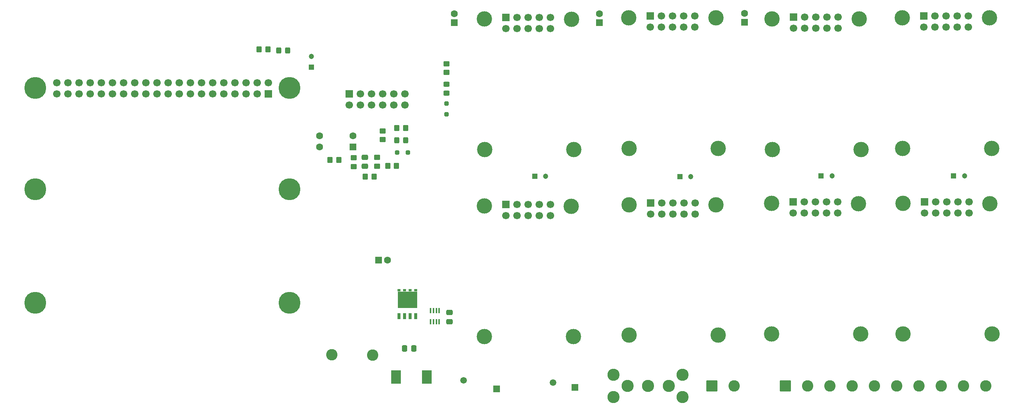
<source format=gbr>
%TF.GenerationSoftware,KiCad,Pcbnew,9.0.3*%
%TF.CreationDate,2025-07-22T13:01:00-05:00*%
%TF.ProjectId,Garden PCB,47617264-656e-4205-9043-422e6b696361,rev?*%
%TF.SameCoordinates,Original*%
%TF.FileFunction,Soldermask,Top*%
%TF.FilePolarity,Negative*%
%FSLAX46Y46*%
G04 Gerber Fmt 4.6, Leading zero omitted, Abs format (unit mm)*
G04 Created by KiCad (PCBNEW 9.0.3) date 2025-07-22 13:01:00*
%MOMM*%
%LPD*%
G01*
G04 APERTURE LIST*
G04 Aperture macros list*
%AMRoundRect*
0 Rectangle with rounded corners*
0 $1 Rounding radius*
0 $2 $3 $4 $5 $6 $7 $8 $9 X,Y pos of 4 corners*
0 Add a 4 corners polygon primitive as box body*
4,1,4,$2,$3,$4,$5,$6,$7,$8,$9,$2,$3,0*
0 Add four circle primitives for the rounded corners*
1,1,$1+$1,$2,$3*
1,1,$1+$1,$4,$5*
1,1,$1+$1,$6,$7*
1,1,$1+$1,$8,$9*
0 Add four rect primitives between the rounded corners*
20,1,$1+$1,$2,$3,$4,$5,0*
20,1,$1+$1,$4,$5,$6,$7,0*
20,1,$1+$1,$6,$7,$8,$9,0*
20,1,$1+$1,$8,$9,$2,$3,0*%
G04 Aperture macros list end*
%ADD10R,2.200000X3.150000*%
%ADD11C,2.600000*%
%ADD12C,3.500000*%
%ADD13RoundRect,0.250000X-0.475000X0.337500X-0.475000X-0.337500X0.475000X-0.337500X0.475000X0.337500X0*%
%ADD14R,1.700000X1.700000*%
%ADD15C,1.700000*%
%ADD16C,0.800000*%
%ADD17C,5.000000*%
%ADD18RoundRect,0.250000X0.325000X0.450000X-0.325000X0.450000X-0.325000X-0.450000X0.325000X-0.450000X0*%
%ADD19RoundRect,0.250000X0.475000X-0.337500X0.475000X0.337500X-0.475000X0.337500X-0.475000X-0.337500X0*%
%ADD20RoundRect,0.250000X-0.450000X0.350000X-0.450000X-0.350000X0.450000X-0.350000X0.450000X0.350000X0*%
%ADD21RoundRect,0.250000X0.250000X-0.250000X0.250000X0.250000X-0.250000X0.250000X-0.250000X-0.250000X0*%
%ADD22RoundRect,0.250000X-0.350000X-0.450000X0.350000X-0.450000X0.350000X0.450000X-0.350000X0.450000X0*%
%ADD23R,1.200000X1.200000*%
%ADD24C,1.200000*%
%ADD25RoundRect,0.250000X0.550000X0.550000X-0.550000X0.550000X-0.550000X-0.550000X0.550000X-0.550000X0*%
%ADD26C,1.600000*%
%ADD27RoundRect,0.250000X0.550000X-0.550000X0.550000X0.550000X-0.550000X0.550000X-0.550000X-0.550000X0*%
%ADD28RoundRect,0.250000X-0.337500X-0.475000X0.337500X-0.475000X0.337500X0.475000X-0.337500X0.475000X0*%
%ADD29RoundRect,0.250000X-0.550000X-0.550000X0.550000X-0.550000X0.550000X0.550000X-0.550000X0.550000X0*%
%ADD30RoundRect,0.250000X0.450000X-0.325000X0.450000X0.325000X-0.450000X0.325000X-0.450000X-0.325000X0*%
%ADD31R,1.515000X1.515000*%
%ADD32C,1.515000*%
%ADD33R,0.450000X1.200000*%
%ADD34RoundRect,0.250000X-0.250000X-0.250000X0.250000X-0.250000X0.250000X0.250000X-0.250000X0.250000X0*%
%ADD35C,2.775000*%
%ADD36R,0.710000X1.372000*%
%ADD37R,0.710000X0.590000*%
%ADD38R,4.520000X3.850000*%
%ADD39RoundRect,0.250000X-1.050000X-1.050000X1.050000X-1.050000X1.050000X1.050000X-1.050000X1.050000X0*%
%ADD40RoundRect,0.250000X0.450000X-0.350000X0.450000X0.350000X-0.450000X0.350000X-0.450000X-0.350000X0*%
%ADD41RoundRect,0.250000X0.350000X0.450000X-0.350000X0.450000X-0.350000X-0.450000X0.350000X-0.450000X0*%
%ADD42C,2.750000*%
G04 APERTURE END LIST*
D10*
%TO.C,TVS1*%
X166300000Y-162050000D03*
X173300000Y-162050000D03*
%TD*%
D11*
%TO.C,REF\u002A\u002A*%
X251950000Y-122480000D03*
D12*
X251950000Y-122480000D03*
%TD*%
D11*
%TO.C,REF\u002A\u002A*%
X301650000Y-80150000D03*
D12*
X301650000Y-80150000D03*
%TD*%
D13*
%TO.C,VCAP1*%
X178495000Y-147347500D03*
X178495000Y-149422500D03*
%TD*%
D14*
%TO.C,J8*%
X256850000Y-122110000D03*
D15*
X256850000Y-124650000D03*
X259390000Y-122110000D03*
X259390000Y-124650000D03*
X261930000Y-122110000D03*
X261930000Y-124650000D03*
X264470000Y-122110000D03*
X264470000Y-124650000D03*
X267010000Y-122110000D03*
X267010000Y-124650000D03*
%TD*%
D16*
%TO.C,MH5*%
X82125000Y-145150000D03*
X82674175Y-143824175D03*
X82674175Y-146475825D03*
X84000000Y-143275000D03*
D17*
X84000000Y-145150000D03*
D16*
X84000000Y-147025000D03*
X85325825Y-143824175D03*
X85325825Y-146475825D03*
X85875000Y-145150000D03*
%TD*%
%TO.C,MH3*%
X140125000Y-119200000D03*
X140674175Y-117874175D03*
X140674175Y-120525825D03*
X142000000Y-117325000D03*
D17*
X142000000Y-119200000D03*
D16*
X142000000Y-121075000D03*
X143325825Y-117874175D03*
X143325825Y-120525825D03*
X143875000Y-119200000D03*
%TD*%
D18*
%TO.C,LED1*%
X168500000Y-108075000D03*
X166450000Y-108075000D03*
%TD*%
D14*
%TO.C,J1*%
X137180000Y-97450000D03*
D15*
X137180000Y-94910000D03*
X134640000Y-97450000D03*
X134640000Y-94910000D03*
X132100000Y-97450000D03*
X132100000Y-94910000D03*
X129560000Y-97450000D03*
X129560000Y-94910000D03*
X127020000Y-97450000D03*
X127020000Y-94910000D03*
X124480000Y-97450000D03*
X124480000Y-94910000D03*
X121940000Y-97450000D03*
X121940000Y-94910000D03*
X119400000Y-97450000D03*
X119400000Y-94910000D03*
X116860000Y-97450000D03*
X116860000Y-94910000D03*
X114320000Y-97450000D03*
X114320000Y-94910000D03*
X111780000Y-97450000D03*
X111780000Y-94910000D03*
X109240000Y-97450000D03*
X109240000Y-94910000D03*
X106700000Y-97450000D03*
X106700000Y-94910000D03*
X104160000Y-97450000D03*
X104160000Y-94910000D03*
X101620000Y-97450000D03*
X101620000Y-94910000D03*
X99080000Y-97450000D03*
X99080000Y-94910000D03*
X96540000Y-97450000D03*
X96540000Y-94910000D03*
X94000000Y-97450000D03*
X94000000Y-94910000D03*
X91460000Y-97450000D03*
X91460000Y-94910000D03*
X88920000Y-97450000D03*
X88920000Y-94910000D03*
%TD*%
D19*
%TO.C,C3*%
X159200000Y-114025000D03*
X159200000Y-111950000D03*
%TD*%
D14*
%TO.C,J9*%
X286700000Y-79730000D03*
D15*
X286700000Y-82270000D03*
X289240000Y-79730000D03*
X289240000Y-82270000D03*
X291780000Y-79730000D03*
X291780000Y-82270000D03*
X294320000Y-79730000D03*
X294320000Y-82270000D03*
X296860000Y-79730000D03*
X296860000Y-82270000D03*
%TD*%
D11*
%TO.C,REF\u002A\u002A*%
X301750000Y-122530000D03*
D12*
X301750000Y-122530000D03*
%TD*%
D14*
%TO.C,J5*%
X224300000Y-79730000D03*
D15*
X224300000Y-82270000D03*
X226840000Y-79730000D03*
X226840000Y-82270000D03*
X229380000Y-79730000D03*
X229380000Y-82270000D03*
X231920000Y-79730000D03*
X231920000Y-82270000D03*
X234460000Y-79730000D03*
X234460000Y-82270000D03*
%TD*%
D11*
%TO.C,REF\u002A\u002A*%
X302250000Y-152280000D03*
D12*
X302250000Y-152280000D03*
%TD*%
D20*
%TO.C,R7*%
X156600000Y-112075000D03*
X156600000Y-114075000D03*
%TD*%
D21*
%TO.C,D1*%
X177830000Y-102150000D03*
X177830000Y-99650000D03*
%TD*%
D11*
%TO.C,REF\u002A\u002A*%
X281900000Y-122480000D03*
D12*
X281900000Y-122480000D03*
%TD*%
D22*
%TO.C,R8*%
X159250000Y-116375000D03*
X161250000Y-116375000D03*
%TD*%
D18*
%TO.C,LED3*%
X141550000Y-87550000D03*
X139500000Y-87550000D03*
%TD*%
D16*
%TO.C,MH1*%
X82125000Y-96150000D03*
X82674175Y-94824175D03*
X82674175Y-97475825D03*
X84000000Y-94275000D03*
D17*
X84000000Y-96150000D03*
D16*
X84000000Y-98025000D03*
X85325825Y-94824175D03*
X85325825Y-97475825D03*
X85875000Y-96150000D03*
%TD*%
D23*
%TO.C,C10*%
X293450000Y-116150000D03*
D24*
X295950000Y-116150000D03*
%TD*%
D20*
%TO.C,R12*%
X163225000Y-105925000D03*
X163225000Y-107925000D03*
%TD*%
D25*
%TO.C,U1*%
X156470000Y-109565000D03*
D26*
X156470000Y-107025000D03*
X148850000Y-107025000D03*
X148850000Y-109565000D03*
%TD*%
D14*
%TO.C,J7*%
X256950000Y-79980000D03*
D15*
X256950000Y-82520000D03*
X259490000Y-79980000D03*
X259490000Y-82520000D03*
X262030000Y-79980000D03*
X262030000Y-82520000D03*
X264570000Y-79980000D03*
X264570000Y-82520000D03*
X267110000Y-79980000D03*
X267110000Y-82520000D03*
%TD*%
D11*
%TO.C,REF\u002A\u002A*%
X206800000Y-110200000D03*
D12*
X206800000Y-110200000D03*
%TD*%
D14*
%TO.C,J3*%
X191300000Y-122680000D03*
D15*
X191300000Y-125220000D03*
X193840000Y-122680000D03*
X193840000Y-125220000D03*
X196380000Y-122680000D03*
X196380000Y-125220000D03*
X198920000Y-122680000D03*
X198920000Y-125220000D03*
X201460000Y-122680000D03*
X201460000Y-125220000D03*
%TD*%
D11*
%TO.C,REF\u002A\u002A*%
X186450000Y-152850000D03*
D12*
X186450000Y-152850000D03*
%TD*%
D27*
%TO.C,C1*%
X179550000Y-81205113D03*
D26*
X179550000Y-79205113D03*
%TD*%
D11*
%TO.C,REF\u002A\u002A*%
X186400000Y-123050000D03*
D12*
X186400000Y-123050000D03*
%TD*%
D14*
%TO.C,J10*%
X286800000Y-122110000D03*
D15*
X286800000Y-124650000D03*
X289340000Y-122110000D03*
X289340000Y-124650000D03*
X291880000Y-122110000D03*
X291880000Y-124650000D03*
X294420000Y-122110000D03*
X294420000Y-124650000D03*
X296960000Y-122110000D03*
X296960000Y-124650000D03*
%TD*%
D28*
%TO.C,C6*%
X168262500Y-155525000D03*
X170337500Y-155525000D03*
%TD*%
D16*
%TO.C,MH2*%
X140125000Y-96150000D03*
X140674175Y-94824175D03*
X140674175Y-97475825D03*
X142000000Y-94275000D03*
D17*
X142000000Y-96150000D03*
D16*
X142000000Y-98025000D03*
X143325825Y-94824175D03*
X143325825Y-97475825D03*
X143875000Y-96150000D03*
%TD*%
D29*
%TO.C,C8*%
X162294888Y-135400000D03*
D26*
X164294888Y-135400000D03*
%TD*%
D11*
%TO.C,REF\u002A\u002A*%
X252050000Y-80350000D03*
D12*
X252050000Y-80350000D03*
%TD*%
D11*
%TO.C,REF\u002A\u002A*%
X239750000Y-109900000D03*
D12*
X239750000Y-109900000D03*
%TD*%
D11*
%TO.C,REF\u002A\u002A*%
X219450000Y-109900000D03*
D12*
X219450000Y-109900000D03*
%TD*%
D11*
%TO.C,REF\u002A\u002A*%
X252000000Y-152280000D03*
D12*
X252000000Y-152280000D03*
%TD*%
D30*
%TO.C,LED2*%
X177830000Y-97310000D03*
X177830000Y-95260000D03*
%TD*%
D11*
%TO.C,REF\u002A\u002A*%
X206250000Y-123100000D03*
D12*
X206250000Y-123100000D03*
%TD*%
D16*
%TO.C,MH6*%
X140125000Y-145150000D03*
X140674175Y-143824175D03*
X140674175Y-146475825D03*
X142000000Y-143275000D03*
D17*
X142000000Y-145150000D03*
D16*
X142000000Y-147025000D03*
X143325825Y-143824175D03*
X143325825Y-146475825D03*
X143875000Y-145150000D03*
%TD*%
D11*
%TO.C,REF\u002A\u002A*%
X302150000Y-109900000D03*
D12*
X302150000Y-109900000D03*
%TD*%
D23*
%TO.C,C11*%
X231025000Y-116375000D03*
D24*
X233525000Y-116375000D03*
%TD*%
D23*
%TO.C,C7*%
X147000000Y-91400000D03*
D24*
X147000000Y-88900000D03*
%TD*%
D31*
%TO.C,RV1*%
X189200000Y-164825000D03*
D32*
X181700000Y-162825000D03*
%TD*%
D11*
%TO.C,REF\u002A\u002A*%
X206300000Y-80450000D03*
D12*
X206300000Y-80450000D03*
%TD*%
D14*
%TO.C,J6*%
X224330000Y-122380000D03*
D15*
X224330000Y-124920000D03*
X226870000Y-122380000D03*
X226870000Y-124920000D03*
X229410000Y-122380000D03*
X229410000Y-124920000D03*
X231950000Y-122380000D03*
X231950000Y-124920000D03*
X234490000Y-122380000D03*
X234490000Y-124920000D03*
%TD*%
D16*
%TO.C,MH4*%
X82125000Y-119200000D03*
X82674175Y-117874175D03*
X82674175Y-120525825D03*
X84000000Y-117325000D03*
D17*
X84000000Y-119200000D03*
D16*
X84000000Y-121075000D03*
X85325825Y-117874175D03*
X85325825Y-120525825D03*
X85875000Y-119200000D03*
%TD*%
D33*
%TO.C,IC1*%
X174170000Y-149435000D03*
X174820000Y-149435000D03*
X175470000Y-149435000D03*
X176120000Y-149435000D03*
X176120000Y-146935000D03*
X175470000Y-146935000D03*
X174820000Y-146935000D03*
X174170000Y-146935000D03*
%TD*%
D11*
%TO.C,L1*%
X160950000Y-157050000D03*
X151620000Y-156970000D03*
%TD*%
D14*
%TO.C,J4*%
X191350000Y-80030000D03*
D15*
X191350000Y-82570000D03*
X193890000Y-80030000D03*
X193890000Y-82570000D03*
X196430000Y-80030000D03*
X196430000Y-82570000D03*
X198970000Y-80030000D03*
X198970000Y-82570000D03*
X201510000Y-80030000D03*
X201510000Y-82570000D03*
%TD*%
D11*
%TO.C,REF\u002A\u002A*%
X219430000Y-122750000D03*
D12*
X219430000Y-122750000D03*
%TD*%
D23*
%TO.C,C5*%
X197925000Y-116300000D03*
D24*
X200425000Y-116300000D03*
%TD*%
D11*
%TO.C,REF\u002A\u002A*%
X219400000Y-80100000D03*
D12*
X219400000Y-80100000D03*
%TD*%
D11*
%TO.C,REF\u002A\u002A*%
X239280000Y-122800000D03*
D12*
X239280000Y-122800000D03*
%TD*%
D14*
%TO.C,J2*%
X155575000Y-97435000D03*
D15*
X155575000Y-99975000D03*
X158115000Y-97435000D03*
X158115000Y-99975000D03*
X160655000Y-97435000D03*
X160655000Y-99975000D03*
X163195000Y-97435000D03*
X163195000Y-99975000D03*
X165735000Y-97435000D03*
X165735000Y-99975000D03*
X168275000Y-97435000D03*
X168275000Y-99975000D03*
%TD*%
D11*
%TO.C,REF\u002A\u002A*%
X281850000Y-109900000D03*
D12*
X281850000Y-109900000D03*
%TD*%
D31*
%TO.C,F1*%
X207125000Y-164475000D03*
D32*
X202075000Y-163305000D03*
%TD*%
D11*
%TO.C,REF\u002A\u002A*%
X186500000Y-110200000D03*
D12*
X186500000Y-110200000D03*
%TD*%
D11*
%TO.C,REF\u002A\u002A*%
X239780000Y-152550000D03*
D12*
X239780000Y-152550000D03*
%TD*%
D11*
%TO.C,REF\u002A\u002A*%
X281800000Y-80100000D03*
D12*
X281800000Y-80100000D03*
%TD*%
D34*
%TO.C,D2*%
X166500000Y-110875000D03*
X169000000Y-110875000D03*
%TD*%
D35*
%TO.C,SW1*%
X219075500Y-164117500D03*
X223775500Y-164117500D03*
X228475500Y-164117500D03*
X215900500Y-166657500D03*
X215900500Y-161577500D03*
X231650500Y-166657500D03*
X231650500Y-161577500D03*
%TD*%
D22*
%TO.C,R10*%
X164400000Y-113875000D03*
X166400000Y-113875000D03*
%TD*%
D36*
%TO.C,Q1*%
X166990000Y-148206000D03*
X168260000Y-148206000D03*
X169530000Y-148206000D03*
X170800000Y-148206000D03*
D37*
X170800000Y-142275000D03*
X169530000Y-142275000D03*
X168260000Y-142275000D03*
X166990000Y-142275000D03*
D38*
X168895000Y-144494000D03*
%TD*%
D11*
%TO.C,REF\u002A\u002A*%
X271800000Y-122530000D03*
D12*
X271800000Y-122530000D03*
%TD*%
D11*
%TO.C,REF\u002A\u002A*%
X219480000Y-152550000D03*
D12*
X219480000Y-152550000D03*
%TD*%
D11*
%TO.C,REF\u002A\u002A*%
X271900000Y-80400000D03*
D12*
X271900000Y-80400000D03*
%TD*%
D27*
%TO.C,C2*%
X212700000Y-81205113D03*
D26*
X212700000Y-79205113D03*
%TD*%
D27*
%TO.C,C4*%
X245750000Y-81100000D03*
D26*
X245750000Y-79100000D03*
%TD*%
D11*
%TO.C,REF\u002A\u002A*%
X281950000Y-152280000D03*
D12*
X281950000Y-152280000D03*
%TD*%
D39*
%TO.C,J12*%
X238305000Y-164072500D03*
D11*
X243385000Y-164072500D03*
%TD*%
D22*
%TO.C,R2*%
X135050000Y-87350000D03*
X137050000Y-87350000D03*
%TD*%
D11*
%TO.C,REF\u002A\u002A*%
X272400000Y-110150000D03*
D12*
X272400000Y-110150000D03*
%TD*%
D20*
%TO.C,R1*%
X177830000Y-90600000D03*
X177830000Y-92600000D03*
%TD*%
D39*
%TO.C,J11*%
X255090000Y-164072500D03*
D11*
X260170000Y-164072500D03*
X265250000Y-164072500D03*
X270330000Y-164072500D03*
X275410000Y-164072500D03*
X280490000Y-164072500D03*
X285570000Y-164072500D03*
X290650000Y-164072500D03*
X295730000Y-164072500D03*
X300810000Y-164072500D03*
%TD*%
D40*
%TO.C,R9*%
X161950000Y-113975000D03*
X161950000Y-111975000D03*
%TD*%
D11*
%TO.C,REF\u002A\u002A*%
X206750000Y-152850000D03*
D12*
X206750000Y-152850000D03*
%TD*%
D41*
%TO.C,R6*%
X153225000Y-112550000D03*
X151225000Y-112550000D03*
%TD*%
D11*
%TO.C,REF\u002A\u002A*%
X252100000Y-110150000D03*
D12*
X252100000Y-110150000D03*
%TD*%
D23*
%TO.C,C9*%
X263250000Y-116150000D03*
D24*
X265750000Y-116150000D03*
%TD*%
D11*
%TO.C,REF\u002A\u002A*%
X239250000Y-80150000D03*
D12*
X239250000Y-80150000D03*
%TD*%
D11*
%TO.C,REF\u002A\u002A*%
X186450000Y-80400000D03*
D12*
X186450000Y-80400000D03*
%TD*%
D22*
%TO.C,R11*%
X166450000Y-105225000D03*
X168450000Y-105225000D03*
%TD*%
D11*
%TO.C,REF\u002A\u002A*%
X272300000Y-152280000D03*
D12*
X272300000Y-152280000D03*
%TD*%
D42*
%TO.C,RP?*%
X142000000Y-145150000D03*
X142000000Y-96150000D03*
X84000000Y-145150000D03*
X84000000Y-96150000D03*
%TD*%
M02*

</source>
